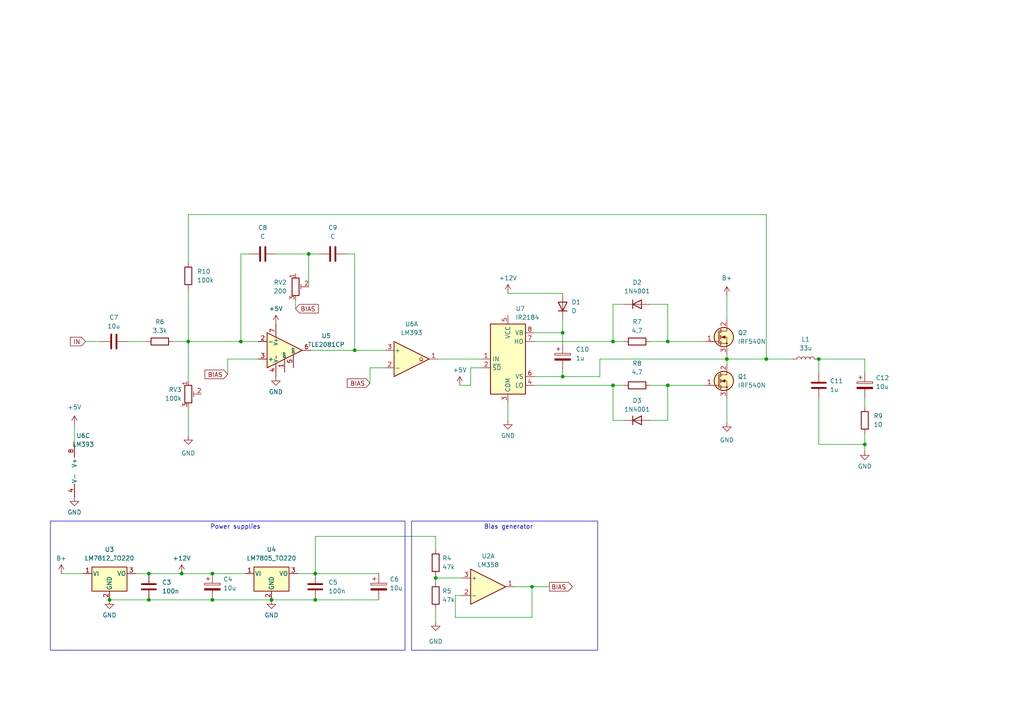
<source format=kicad_sch>
(kicad_sch (version 20230121) (generator eeschema)
  (paper "A4")
  (lib_symbols
    (symbol "Amplifier_Operational:LM358" (pin_names (offset 0.127))
      (property "Reference" "U" (at 0 5.08 0))
      (property "Value" "LM358" (at 0 -5.08 0))
      (property "Sim.Library" "lm358.txt" (at 0 0 0))
      (property "Sim.Name" "LM358" (at 0 0 0))
      (property "Sim.Device" "SUBCKT" (at 0 0 0))
      (property "Sim.Pins" "2=1 3=2 4=5 8=4" (at 0 0 0))
      (symbol "LM358_1_1"
        (polyline (pts (xy -5.08 5.08) (xy 5.08 0) (xy -5.08 -5.08) (xy -5.08 5.08)) (stroke (width 0.254)) (fill (type background)))
        (pin output line (at 7.62 0 180) (length 2.54) (name "~") (number "1"))
        (pin input line (at -7.62 -2.54 0) (length 2.54) (name "-") (number "2"))
        (pin input line (at -7.62 2.54 0) (length 2.54) (name "+") (number "3"))
      )
      (symbol "LM358_2_1"
        (polyline (pts (xy -5.08 5.08) (xy 5.08 0) (xy -5.08 -5.08) (xy -5.08 5.08)) (stroke (width 0.254)) (fill (type background)))
        (pin input line (at -7.62 2.54 0) (length 2.54) (name "+") (number "5"))
        (pin input line (at -7.62 -2.54 0) (length 2.54) (name "-") (number "6"))
        (pin output line (at 7.62 0 180) (length 2.54) (name "~") (number "7"))
      )
      (symbol "LM358_3_1"
        (pin power_in line (at -2.54 -7.62 90) (length 3.81) (name "V-") (number "4"))
        (pin power_in line (at -2.54 7.62 270) (length 3.81) (name "V+") (number "8"))
      )
    )
    (symbol "Comparator:LM393" (pin_names (offset 0.127))
      (property "Reference" "U" (at 3.81 3.81 0))
      (property "Value" "LM393" (at 6.35 -3.81 0))
      (symbol "LM393_1_1"
        (polyline (pts (xy -5.08 5.08) (xy 5.08 0) (xy -5.08 -5.08) (xy -5.08 5.08)) (stroke (width 0.254)) (fill (type background)))
        (polyline (pts (xy 3.302 -0.508) (xy 2.794 -0.508) (xy 3.302 0) (xy 2.794 0.508) (xy 2.286 0) (xy 2.794 -0.508) (xy 2.286 -0.508)) (stroke (width 0.127)))
        (pin open_collector line (at 7.62 0 180) (length 2.54) (name "~") (number "1"))
        (pin input line (at -7.62 -2.54 0) (length 2.54) (name "-") (number "2"))
        (pin input line (at -7.62 2.54 0) (length 2.54) (name "+") (number "3"))
      )
      (symbol "LM393_2_1"
        (polyline (pts (xy -5.08 5.08) (xy 5.08 0) (xy -5.08 -5.08) (xy -5.08 5.08)) (stroke (width 0.254)) (fill (type background)))
        (polyline (pts (xy 3.302 -0.508) (xy 2.794 -0.508) (xy 3.302 0) (xy 2.794 0.508) (xy 2.286 0) (xy 2.794 -0.508) (xy 2.286 -0.508)) (stroke (width 0.127)))
        (pin input line (at -7.62 2.54 0) (length 2.54) (name "+") (number "5"))
        (pin input line (at -7.62 -2.54 0) (length 2.54) (name "-") (number "6"))
        (pin open_collector line (at 7.62 0 180) (length 2.54) (name "~") (number "7"))
      )
      (symbol "LM393_3_1"
        (pin power_in line (at -2.54 -7.62 90) (length 3.81) (name "V-") (number "4"))
        (pin power_in line (at -2.54 7.62 270) (length 3.81) (name "V+") (number "8"))
      )
    )
    (symbol "Device:C" (pin_numbers hide) (pin_names (offset 0.254))
      (property "Reference" "C" (at 0.635 2.54 0))
      (property "Value" "C" (at 0.635 -2.54 0))
      (symbol "C_0_1"
        (polyline (pts (xy -2.032 -0.762) (xy 2.032 -0.762)) (stroke (width 0.508)))
        (polyline (pts (xy -2.032 0.762) (xy 2.032 0.762)) (stroke (width 0.508)))
      )
      (symbol "C_1_1"
        (pin passive line (at 0 3.81 270) (length 2.794) (name "~") (number "1"))
        (pin passive line (at 0 -3.81 90) (length 2.794) (name "~") (number "2"))
      )
    )
    (symbol "Device:C_Polarized" (pin_numbers hide) (pin_names (offset 0.254))
      (property "Reference" "C" (at 0.635 2.54 0))
      (property "Value" "C_Polarized" (at 0.635 -2.54 0))
      (symbol "C_Polarized_0_1"
        (rectangle (start -2.286 0.508) (end 2.286 1.016))
        (polyline (pts (xy -1.778 2.286) (xy -0.762 2.286)))
        (polyline (pts (xy -1.27 2.794) (xy -1.27 1.778)))
        (rectangle (start 2.286 -0.508) (end -2.286 -1.016) (fill (type outline)))
      )
      (symbol "C_Polarized_1_1"
        (pin passive line (at 0 3.81 270) (length 2.794) (name "~") (number "1"))
        (pin passive line (at 0 -3.81 90) (length 2.794) (name "~") (number "2"))
      )
    )
    (symbol "Device:D" (pin_numbers hide) (pin_names (offset 1.016) hide)
      (property "Reference" "D" (at 0 2.54 0))
      (property "Value" "D" (at 0 -2.54 0))
      (symbol "D_0_1"
        (polyline (pts (xy -1.27 1.27) (xy -1.27 -1.27)) (stroke (width 0.254)))
        (polyline (pts (xy 1.27 0) (xy -1.27 0)))
        (polyline (pts (xy 1.27 1.27) (xy 1.27 -1.27) (xy -1.27 0) (xy 1.27 1.27)) (stroke (width 0.254)))
      )
      (symbol "D_1_1"
        (pin passive line (at -3.81 0 0) (length 2.54) (name "K") (number "1"))
        (pin passive line (at 3.81 0 180) (length 2.54) (name "A") (number "2"))
      )
    )
    (symbol "Device:L" (pin_numbers hide) (pin_names (offset 1.016) hide)
      (property "Reference" "L" (at -1.27 0 90))
      (property "Value" "L" (at 1.905 0 90))
      (symbol "L_0_1"
        (arc (start 0 -2.54) (mid 0.6323 -1.905) (end 0 -1.27))
        (arc (start 0 -1.27) (mid 0.6323 -0.635) (end 0 0))
        (arc (start 0 0) (mid 0.6323 0.635) (end 0 1.27))
        (arc (start 0 1.27) (mid 0.6323 1.905) (end 0 2.54))
      )
      (symbol "L_1_1"
        (pin passive line (at 0 3.81 270) (length 1.27) (name "1") (number "1"))
        (pin passive line (at 0 -3.81 90) (length 1.27) (name "2") (number "2"))
      )
    )
    (symbol "Device:R" (pin_numbers hide) (pin_names (offset 0))
      (property "Reference" "R" (at 2.032 0 90))
      (property "Value" "R" (at 0 0 90))
      (symbol "R_0_1"
        (rectangle (start -1.016 -2.54) (end 1.016 2.54) (stroke (width 0.254)))
      )
      (symbol "R_1_1"
        (pin passive line (at 0 3.81 270) (length 1.27) (name "~") (number "1"))
        (pin passive line (at 0 -3.81 90) (length 1.27) (name "~") (number "2"))
      )
    )
    (symbol "Device:R_Potentiometer_Trim" (pin_names (offset 1.016) hide)
      (property "Reference" "RV" (at -4.445 0 90))
      (property "Value" "R_Potentiometer_Trim" (at -2.54 0 90))
      (symbol "R_Potentiometer_Trim_0_1"
        (polyline (pts (xy 1.524 0.762) (xy 1.524 -0.762)))
        (polyline (pts (xy 2.54 0) (xy 1.524 0)))
        (rectangle (start 1.016 2.54) (end -1.016 -2.54) (stroke (width 0.254)))
      )
      (symbol "R_Potentiometer_Trim_1_1"
        (pin passive line (at 0 3.81 270) (length 1.27) (name "1") (number "1"))
        (pin passive line (at 3.81 0 180) (length 1.27) (name "2") (number "2"))
        (pin passive line (at 0 -3.81 90) (length 1.27) (name "3") (number "3"))
      )
    )
    (symbol "Driver_FET:IR2184"
      (property "Reference" "U" (at 1.27 13.335 0))
      (property "Value" "IR2184" (at 1.27 11.43 0))
      (symbol "IR2184_0_1"
        (rectangle (start -5.08 -10.16) (end 5.08 10.16) (stroke (width 0.254)) (fill (type background)))
      )
      (symbol "IR2184_1_1"
        (pin input line (at -7.62 0 0) (length 2.54) (name "IN") (number "1"))
        (pin input line (at -7.62 -2.54 0) (length 2.54) (name "~{SD}") (number "2"))
        (pin power_in line (at 0 -12.7 90) (length 2.54) (name "COM") (number "3"))
        (pin output line (at 7.62 -7.62 180) (length 2.54) (name "LO") (number "4"))
        (pin power_in line (at 0 12.7 270) (length 2.54) (name "VCC") (number "5"))
        (pin passive line (at 7.62 -5.08 180) (length 2.54) (name "VS") (number "6"))
        (pin output line (at 7.62 5.08 180) (length 2.54) (name "HO") (number "7"))
        (pin passive line (at 7.62 7.62 180) (length 2.54) (name "VB") (number "8"))
      )
    )
    (symbol "PCM_Amplifier_Operational_AKL:TLE2081CP" (pin_names (offset 0.2))
      (property "Reference" "U" (at 0 7.62 0))
      (property "Value" "TLE2081CP" (at 0 5.08 0))
      (symbol "TLE2081CP_0_1"
        (polyline (pts (xy -5.08 5.08) (xy -5.08 -5.08) (xy 5.08 0) (xy -5.08 5.08)) (stroke (width 0.254)) (fill (type background)))
      )
      (symbol "TLE2081CP_1_1"
        (pin passive line (at 0 -6.35 90) (length 3.81) (name "OFF") (number "1"))
        (pin input line (at -7.62 2.54 0) (length 2.54) (name "-") (number "2"))
        (pin input line (at -7.62 -2.54 0) (length 2.54) (name "+") (number "3"))
        (pin power_in line (at -2.54 -7.62 90) (length 3.81) (name "V-") (number "4"))
        (pin passive line (at 2.54 -5.08 90) (length 3.81) (name "OFF") (number "5"))
        (pin output line (at 7.62 0 180) (length 2.54) (name "~") (number "6"))
        (pin power_in line (at -2.54 7.62 270) (length 3.81) (name "V+") (number "7"))
        (pin no_connect line (at -3.81 0 0) (length 2.54) hide (name "NC") (number "8"))
      )
    )
    (symbol "PCM_Transistor_MOSFET_AKL:IRF540N" (pin_names hide)
      (property "Reference" "Q" (at 5.08 1.27 0))
      (property "Value" "IRF540N" (at 5.08 -1.27 0))
      (symbol "IRF540N_0_1"
        (polyline (pts (xy 0.254 -1.27) (xy -2.54 -1.27)))
        (polyline (pts (xy 0.254 1.905) (xy 0.254 -1.905)) (stroke (width 0.254)))
        (polyline (pts (xy 0.762 -1.778) (xy 2.54 -1.778)))
        (polyline (pts (xy 0.762 -1.27) (xy 0.762 -2.286)) (stroke (width 0.254)))
        (polyline (pts (xy 0.762 0.508) (xy 0.762 -0.508)) (stroke (width 0.254)))
        (polyline (pts (xy 0.762 2.286) (xy 0.762 1.27)) (stroke (width 0.254)))
        (polyline (pts (xy 2.54 1.778) (xy 0.762 1.778)))
        (polyline (pts (xy 2.54 2.54) (xy 2.54 1.778)))
        (polyline (pts (xy 2.54 -2.54) (xy 2.54 0) (xy 0.762 0)))
        (polyline (pts (xy 1.016 0) (xy 2.032 0.381) (xy 2.032 -0.381) (xy 1.016 0)) (fill (type outline)))
        (circle (center 1.651 0) (radius 2.794) (stroke (width 0.254)) (fill (type background)))
        (circle (center 2.54 -1.778) (radius 0.1778) (fill (type outline)))
      )
      (symbol "IRF540N_1_1"
        (pin input line (at -3.81 -1.27 0) (length 2.54) (name "G") (number "1"))
        (pin passive line (at 2.54 5.08 270) (length 2.54) (name "D") (number "2"))
        (pin passive line (at 2.54 -5.08 90) (length 2.54) (name "S") (number "3"))
      )
    )
    (symbol "Regulator_Linear:LM7805_TO220" (pin_names (offset 0.254))
      (property "Reference" "U" (at -3.81 3.175 0))
      (property "Value" "LM7805_TO220" (at 0 3.175 0))
      (symbol "LM7805_TO220_0_1"
        (rectangle (start -5.08 1.905) (end 5.08 -5.08) (stroke (width 0.254)) (fill (type background)))
      )
      (symbol "LM7805_TO220_1_1"
        (pin power_in line (at -7.62 0 0) (length 2.54) (name "VI") (number "1"))
        (pin power_in line (at 0 -7.62 90) (length 2.54) (name "GND") (number "2"))
        (pin power_out line (at 7.62 0 180) (length 2.54) (name "VO") (number "3"))
      )
    )
    (symbol "Regulator_Linear:LM7812_TO220" (pin_names (offset 0.254))
      (property "Reference" "U" (at -3.81 3.175 0))
      (property "Value" "LM7812_TO220" (at 0 3.175 0))
      (symbol "LM7812_TO220_0_1"
        (rectangle (start -5.08 1.905) (end 5.08 -5.08) (stroke (width 0.254)) (fill (type background)))
      )
      (symbol "LM7812_TO220_1_1"
        (pin power_in line (at -7.62 0 0) (length 2.54) (name "VI") (number "1"))
        (pin power_in line (at 0 -7.62 90) (length 2.54) (name "GND") (number "2"))
        (pin power_out line (at 7.62 0 180) (length 2.54) (name "VO") (number "3"))
      )
    )
    (symbol "power:+12V" (power) (pin_names (offset 0))
      (property "Value" "+12V" (at 0 3.556 0))
      (symbol "+12V_0_1"
        (polyline (pts (xy -0.762 1.27) (xy 0 2.54)))
        (polyline (pts (xy 0 0) (xy 0 2.54)))
        (polyline (pts (xy 0 2.54) (xy 0.762 1.27)))
      )
      (symbol "+12V_1_1"
        (pin power_in line (at 0 0 90) (length 0) hide (name "+12V") (number "1"))
      )
    )
    (symbol "power:+5V" (power) (pin_names (offset 0))
      (property "Value" "+5V" (at 0 3.556 0))
      (symbol "+5V_0_1"
        (polyline (pts (xy -0.762 1.27) (xy 0 2.54)))
        (polyline (pts (xy 0 0) (xy 0 2.54)))
        (polyline (pts (xy 0 2.54) (xy 0.762 1.27)))
      )
      (symbol "+5V_1_1"
        (pin power_in line (at 0 0 90) (length 0) hide (name "+5V") (number "1"))
      )
    )
    (symbol "power:B+" (power) (pin_names (offset 0))
      (property "Value" "B+" (at 0 3.556 0))
      (symbol "B+_0_1"
        (polyline (pts (xy -0.762 1.27) (xy 0 2.54)))
        (polyline (pts (xy 0 0) (xy 0 2.54)))
        (polyline (pts (xy 0 2.54) (xy 0.762 1.27)))
      )
      (symbol "B+_1_1"
        (pin power_in line (at 0 0 90) (length 0) hide (name "B+") (number "1"))
      )
    )
    (symbol "power:GND" (power) (pin_names (offset 0))
      (property "Value" "GND" (at 0 -3.81 0))
      (symbol "GND_0_1"
        (polyline (pts (xy 0 0) (xy 0 -1.27) (xy 1.27 -1.27) (xy 0 -2.54) (xy -1.27 -1.27) (xy 0 -1.27)))
      )
      (symbol "GND_1_1"
        (pin power_in line (at 0 0 270) (length 0) hide (name "GND") (number "1"))
      )
    )
  )
  (junction (at 91.44 166.37))
  (junction (at 61.595 173.99))
  (junction (at 89.535 73.66))
  (junction (at 163.195 96.52))
  (junction (at 222.25 104.14))
  (junction (at 102.87 101.6))
  (junction (at 154.305 170.18))
  (junction (at 193.675 111.76))
  (junction (at 69.85 99.06))
  (junction (at 237.49 104.14))
  (junction (at 78.74 173.99))
  (junction (at 250.825 128.905))
  (junction (at 54.61 99.06))
  (junction (at 31.75 173.99))
  (junction (at 43.18 166.37))
  (junction (at 193.675 99.06))
  (junction (at 163.195 109.22))
  (junction (at 210.82 104.14))
  (junction (at 177.8 111.76))
  (junction (at 61.595 166.37))
  (junction (at 91.44 173.99))
  (junction (at 177.8 99.06))
  (junction (at 126.365 167.64))
  (junction (at 52.705 166.37))
  (junction (at 43.18 173.99))
  (wire (pts (xy 188.595 88.265) (xy 193.675 88.265)))
  (wire (pts (xy 173.99 104.14) (xy 173.99 109.22)))
  (wire (pts (xy 136.525 106.68) (xy 136.525 111.76)))
  (wire (pts (xy 133.985 172.72) (xy 132.08 172.72)))
  (wire (pts (xy 54.61 118.11) (xy 54.61 126.365)))
  (wire (pts (xy 188.595 121.92) (xy 193.675 121.92)))
  (wire (pts (xy 66.04 104.14) (xy 66.04 108.585)))
  (wire (pts (xy 69.85 73.66) (xy 69.85 99.06)))
  (wire (pts (xy 154.94 99.06) (xy 177.8 99.06)))
  (wire (pts (xy 54.61 83.82) (xy 54.61 99.06)))
  (wire (pts (xy 21.59 123.19) (xy 21.59 128.905)))
  (wire (pts (xy 127 104.14) (xy 139.7 104.14)))
  (wire (pts (xy 210.82 104.14) (xy 173.99 104.14)))
  (wire (pts (xy 188.595 111.76) (xy 193.675 111.76)))
  (wire (pts (xy 177.8 88.265) (xy 177.8 99.06)))
  (wire (pts (xy 210.82 102.87) (xy 210.82 104.14)))
  (wire (pts (xy 250.825 128.905) (xy 250.825 130.81)))
  (wire (pts (xy 147.32 85.09) (xy 163.195 85.09)))
  (wire (pts (xy 237.49 128.905) (xy 250.825 128.905)))
  (wire (pts (xy 180.975 88.265) (xy 177.8 88.265)))
  (wire (pts (xy 154.305 179.07) (xy 154.305 170.18)))
  (wire (pts (xy 80.01 73.66) (xy 89.535 73.66)))
  (wire (pts (xy 102.87 101.6) (xy 90.17 101.6)))
  (wire (pts (xy 173.99 109.22) (xy 163.195 109.22)))
  (wire (pts (xy 74.93 104.14) (xy 66.04 104.14)))
  (wire (pts (xy 163.195 107.315) (xy 163.195 109.22)))
  (wire (pts (xy 180.975 121.92) (xy 177.8 121.92)))
  (wire (pts (xy 222.25 104.14) (xy 229.87 104.14)))
  (wire (pts (xy 61.595 166.37) (xy 71.12 166.37)))
  (wire (pts (xy 17.78 166.37) (xy 24.13 166.37)))
  (wire (pts (xy 237.49 104.14) (xy 250.825 104.14)))
  (wire (pts (xy 69.85 99.06) (xy 74.93 99.06)))
  (wire (pts (xy 39.37 166.37) (xy 43.18 166.37)))
  (wire (pts (xy 111.76 106.68) (xy 107.315 106.68)))
  (wire (pts (xy 54.61 99.06) (xy 69.85 99.06)))
  (wire (pts (xy 132.08 172.72) (xy 132.08 179.07)))
  (wire (pts (xy 177.8 111.76) (xy 180.975 111.76)))
  (wire (pts (xy 107.315 106.68) (xy 107.315 111.125)))
  (wire (pts (xy 61.595 173.99) (xy 78.74 173.99)))
  (wire (pts (xy 222.25 62.23) (xy 54.61 62.23)))
  (wire (pts (xy 43.18 166.37) (xy 52.705 166.37)))
  (wire (pts (xy 36.83 99.06) (xy 42.545 99.06)))
  (wire (pts (xy 210.82 104.14) (xy 210.82 105.41)))
  (wire (pts (xy 222.25 104.14) (xy 222.25 62.23)))
  (wire (pts (xy 91.44 166.37) (xy 109.855 166.37)))
  (wire (pts (xy 50.165 99.06) (xy 54.61 99.06)))
  (wire (pts (xy 177.8 121.92) (xy 177.8 111.76)))
  (wire (pts (xy 154.305 170.18) (xy 159.385 170.18)))
  (wire (pts (xy 43.18 173.99) (xy 61.595 173.99)))
  (wire (pts (xy 89.535 73.66) (xy 89.535 83.185)))
  (wire (pts (xy 147.32 116.84) (xy 147.32 121.92)))
  (wire (pts (xy 133.985 167.64) (xy 126.365 167.64)))
  (wire (pts (xy 163.195 99.695) (xy 163.195 96.52)))
  (wire (pts (xy 193.675 99.06) (xy 188.595 99.06)))
  (wire (pts (xy 163.195 92.71) (xy 163.195 96.52)))
  (wire (pts (xy 132.08 179.07) (xy 154.305 179.07)))
  (wire (pts (xy 85.725 86.995) (xy 85.725 89.535)))
  (wire (pts (xy 237.49 115.57) (xy 237.49 128.905)))
  (wire (pts (xy 154.94 96.52) (xy 163.195 96.52)))
  (wire (pts (xy 250.825 115.57) (xy 250.825 118.11)))
  (wire (pts (xy 102.87 73.66) (xy 102.87 101.6)))
  (wire (pts (xy 54.61 110.49) (xy 54.61 99.06)))
  (wire (pts (xy 193.675 88.265) (xy 193.675 99.06)))
  (wire (pts (xy 133.35 111.76) (xy 136.525 111.76)))
  (wire (pts (xy 86.36 166.37) (xy 91.44 166.37)))
  (wire (pts (xy 193.675 99.06) (xy 204.47 99.06)))
  (wire (pts (xy 210.82 104.14) (xy 222.25 104.14)))
  (wire (pts (xy 210.82 115.57) (xy 210.82 122.555)))
  (wire (pts (xy 193.675 111.76) (xy 204.47 111.76)))
  (wire (pts (xy 237.49 104.14) (xy 237.49 107.95)))
  (wire (pts (xy 91.44 155.575) (xy 91.44 166.37)))
  (wire (pts (xy 250.825 125.73) (xy 250.825 128.905)))
  (wire (pts (xy 100.33 73.66) (xy 102.87 73.66)))
  (wire (pts (xy 126.365 155.575) (xy 126.365 159.385)))
  (wire (pts (xy 149.225 170.18) (xy 154.305 170.18)))
  (wire (pts (xy 210.82 85.725) (xy 210.82 92.71)))
  (wire (pts (xy 154.94 111.76) (xy 177.8 111.76)))
  (wire (pts (xy 52.705 166.37) (xy 61.595 166.37)))
  (wire (pts (xy 139.7 106.68) (xy 136.525 106.68)))
  (wire (pts (xy 126.365 155.575) (xy 91.44 155.575)))
  (wire (pts (xy 193.675 111.76) (xy 193.675 121.92)))
  (wire (pts (xy 31.75 173.99) (xy 43.18 173.99)))
  (wire (pts (xy 78.74 173.99) (xy 91.44 173.99)))
  (wire (pts (xy 126.365 167.64) (xy 126.365 168.91)))
  (wire (pts (xy 91.44 173.99) (xy 109.855 173.99)))
  (wire (pts (xy 54.61 62.23) (xy 54.61 76.2)))
  (wire (pts (xy 154.94 109.22) (xy 163.195 109.22)))
  (wire (pts (xy 126.365 167.005) (xy 126.365 167.64)))
  (wire (pts (xy 102.87 101.6) (xy 111.76 101.6)))
  (wire (pts (xy 250.825 107.95) (xy 250.825 104.14)))
  (wire (pts (xy 24.765 99.06) (xy 29.21 99.06)))
  (wire (pts (xy 89.535 73.66) (xy 92.71 73.66)))
  (wire (pts (xy 126.365 176.53) (xy 126.365 180.34)))
  (wire (pts (xy 177.8 99.06) (xy 180.975 99.06)))
  (wire (pts (xy 72.39 73.66) (xy 69.85 73.66)))
  (rectangle (start 14.605 151.13) (end 117.475 188.595))
  (rectangle (start 119.38 151.13) (end 173.355 188.595))
  (text "Power supplies" (at 60.96 153.67 0) (effects (font (size 1.27 1.27)) (justify left bottom)))
  (text "Bias generator" (at 140.335 153.67 0) (effects (font (size 1.27 1.27)) (justify left bottom)))
  (global_label "BIAS" (shape input) (at 85.725 89.535 0) (property "Intersheetrefs" "${INTERSHEET_REFS}" (effects hide)))
  (global_label "BIAS" (shape output) (at 159.385 170.18 0) (property "Intersheetrefs" "${INTERSHEET_REFS}" (effects hide)))
  (global_label "IN" (shape input) (at 24.765 99.06 180) (property "Intersheetrefs" "${INTERSHEET_REFS}" (effects hide)))
  (global_label "BIAS" (shape input) (at 107.315 111.125 180) (property "Intersheetrefs" "${INTERSHEET_REFS}" (effects hide)))
  (global_label "BIAS" (shape input) (at 66.04 108.585 180) (property "Intersheetrefs" "${INTERSHEET_REFS}" (effects hide)))
  (symbol (lib_id "power:GND") (at 54.61 126.365 0) (unit 1)
    (property "Reference" "#PWR019" (effects hide))
    (property "Value" "GND" (at 54.61 131.445 0))
  )
  (symbol (lib_id "Regulator_Linear:LM7805_TO220") (at 78.74 166.37 0) (unit 1)
    (property "Reference" "U4" (at 78.74 159.385 0))
    (property "Value" "LM7805_TO220" (at 78.74 161.925 0))
    (property "Footprint" "Package_TO_SOT_THT:TO-220-3_Vertical" (effects hide))
    (property "Datasheet" "https://www.onsemi.cn/PowerSolutions/document/MC7800-D.PDF" (effects hide))
  )
  (symbol (lib_id "power:B+") (at 17.78 166.37 0) (unit 1)
    (property "Reference" "#PWR04" (effects hide))
    (property "Value" "B+" (at 17.78 161.925 0))
  )
  (symbol (lib_id "Amplifier_Operational:LM358") (at 141.605 170.18 0) (unit 1)
    (property "Reference" "U2" (at 141.605 161.29 0))
    (property "Value" "LM358" (at 141.605 163.83 0))
    (property "Datasheet" "http://www.ti.com/lit/ds/symlink/lm2904-n.pdf" (effects hide))
    (property "Sim.Library" "lm358.txt" (effects hide))
    (property "Sim.Name" "LM358" (effects hide))
    (property "Sim.Device" "SUBCKT" (effects hide))
    (property "Sim.Pins" "2=1 3=2 4=5 8=4" (effects hide))
  )
  (symbol (lib_id "Device:R") (at 184.785 99.06 90) (unit 1)
    (property "Reference" "R7" (at 184.785 93.345 90))
    (property "Value" "4.7" (at 184.785 95.885 90))
  )
  (symbol (lib_id "Device:C") (at 96.52 73.66 90) (unit 1)
    (property "Reference" "C9" (at 96.52 66.04 90))
    (property "Value" "C" (at 96.52 68.58 90))
  )
  (symbol (lib_id "power:B+") (at 210.82 85.725 0) (unit 1)
    (property "Reference" "#PWR017" (effects hide))
    (property "Value" "B+" (at 210.82 80.645 0))
  )
  (symbol (lib_id "power:GND") (at 147.32 121.92 0) (unit 1)
    (property "Reference" "#PWR013" (effects hide))
    (property "Value" "GND" (at 147.32 126.365 0))
  )
  (symbol (lib_id "Device:R") (at 54.61 80.01 180) (unit 1)
    (property "Reference" "R10" (at 57.15 78.74 0) (effects (justify right)))
    (property "Value" "100k" (at 57.15 81.28 0) (effects (justify right)))
  )
  (symbol (lib_id "Device:R") (at 126.365 172.72 0) (unit 1)
    (property "Reference" "R5" (at 128.27 171.45 0) (effects (justify left)))
    (property "Value" "47k" (at 128.27 173.99 0) (effects (justify left)))
  )
  (symbol (lib_id "power:GND") (at 250.825 130.81 0) (unit 1)
    (property "Reference" "#PWR018" (effects hide))
    (property "Value" "GND" (at 250.825 135.255 0))
  )
  (symbol (lib_id "Device:D") (at 163.195 88.9 90) (unit 1)
    (property "Reference" "D1" (at 165.735 87.63 90) (effects (justify right)))
    (property "Value" "D" (at 165.735 90.17 90) (effects (justify right)))
    (property "Sim.Device" "D" (effects hide))
    (property "Sim.Pins" "1=K 2=A" (effects hide))
  )
  (symbol (lib_id "Device:R") (at 250.825 121.92 0) (unit 1)
    (property "Reference" "R9" (at 253.365 120.65 0) (effects (justify left)))
    (property "Value" "10" (at 253.365 123.19 0) (effects (justify left)))
  )
  (symbol (lib_id "Device:D") (at 184.785 121.92 0) (unit 1)
    (property "Reference" "D3" (at 184.785 116.205 0))
    (property "Value" "1N4001" (at 184.785 118.745 0))
    (property "Sim.Device" "D" (effects hide))
    (property "Sim.Pins" "1=K 2=A" (effects hide))
  )
  (symbol (lib_id "Device:C") (at 76.2 73.66 90) (unit 1)
    (property "Reference" "C8" (at 76.2 66.04 90))
    (property "Value" "C" (at 76.2 68.58 90))
  )
  (symbol (lib_id "Comparator:LM393") (at 119.38 104.14 0) (unit 1)
    (property "Reference" "U6" (at 119.38 93.98 0))
    (property "Value" "LM393" (at 119.38 96.52 0))
    (property "Datasheet" "http://www.ti.com/lit/ds/symlink/lm393.pdf" (effects hide))
  )
  (symbol (lib_id "power:GND") (at 21.59 144.145 0) (unit 1)
    (property "Reference" "#PWR020" (effects hide))
    (property "Value" "GND" (at 21.59 148.59 0))
  )
  (symbol (lib_id "Device:R_Potentiometer_Trim") (at 85.725 83.185 0) (unit 1)
    (property "Reference" "RV2" (at 83.185 81.915 0) (effects (justify right)))
    (property "Value" "200" (at 83.185 84.455 0) (effects (justify right)))
  )
  (symbol (lib_id "Regulator_Linear:LM7812_TO220") (at 31.75 166.37 0) (unit 1)
    (property "Reference" "U3" (at 31.75 159.385 0))
    (property "Value" "LM7812_TO220" (at 31.75 161.925 0))
    (property "Footprint" "Package_TO_SOT_THT:TO-220-3_Vertical" (effects hide))
    (property "Datasheet" "https://www.onsemi.cn/PowerSolutions/document/MC7800-D.PDF" (effects hide))
  )
  (symbol (lib_id "power:GND") (at 78.74 173.99 0) (unit 1)
    (property "Reference" "#PWR07" (effects hide))
    (property "Value" "GND" (at 78.74 178.435 0))
  )
  (symbol (lib_id "power:GND") (at 126.365 180.34 0) (unit 1)
    (property "Reference" "#PWR09" (effects hide))
    (property "Value" "GND" (at 126.365 186.055 0))
  )
  (symbol (lib_id "Device:C") (at 43.18 170.18 0) (unit 1)
    (property "Reference" "C3" (at 46.99 168.91 0) (effects (justify left)))
    (property "Value" "100n" (at 46.99 171.45 0) (effects (justify left)))
  )
  (symbol (lib_id "Device:C_Polarized") (at 109.855 170.18 0) (unit 1)
    (property "Reference" "C6" (at 113.03 168.021 0) (effects (justify left)))
    (property "Value" "10u" (at 113.03 170.561 0) (effects (justify left)))
  )
  (symbol (lib_id "Device:C") (at 91.44 170.18 0) (unit 1)
    (property "Reference" "C5" (at 95.25 168.91 0) (effects (justify left)))
    (property "Value" "100n" (at 95.25 171.45 0) (effects (justify left)))
  )
  (symbol (lib_id "power:GND") (at 80.01 109.22 0) (unit 1)
    (property "Reference" "#PWR012" (effects hide))
    (property "Value" "GND" (at 80.01 113.665 0))
  )
  (symbol (lib_id "Device:R") (at 184.785 111.76 90) (unit 1)
    (property "Reference" "R8" (at 184.785 105.41 90))
    (property "Value" "4.7" (at 184.785 107.95 90))
  )
  (symbol (lib_id "PCM_Transistor_MOSFET_AKL:IRF540N") (at 208.28 110.49 0) (unit 1)
    (property "Reference" "Q1" (at 213.995 109.22 0) (effects (justify left)))
    (property "Value" "IRF540N" (at 213.995 111.76 0) (effects (justify left)))
    (property "Footprint" "Package_TO_SOT_THT_AKL:TO-220-3_Vertical_GDS" (effects hide))
    (property "Datasheet" "https://www.tme.eu/Document/0396bd257f8160d01272f72304b23931/irf540n.pdf" (effects hide))
  )
  (symbol (lib_id "Device:C_Polarized") (at 61.595 170.18 0) (unit 1)
    (property "Reference" "C4" (at 64.77 168.021 0) (effects (justify left)))
    (property "Value" "10u" (at 64.77 170.561 0) (effects (justify left)))
  )
  (symbol (lib_id "power:+5V") (at 21.59 123.19 0) (unit 1)
    (property "Reference" "#PWR021" (effects hide))
    (property "Value" "+5V" (at 21.59 118.11 0))
  )
  (symbol (lib_id "Device:C_Polarized") (at 250.825 111.76 0) (unit 1)
    (property "Reference" "C12" (at 254 109.601 0) (effects (justify left)))
    (property "Value" "10u" (at 254 112.141 0) (effects (justify left)))
  )
  (symbol (lib_id "PCM_Transistor_MOSFET_AKL:IRF540N") (at 208.28 97.79 0) (unit 1)
    (property "Reference" "Q2" (at 213.995 96.52 0) (effects (justify left)))
    (property "Value" "IRF540N" (at 213.995 99.06 0) (effects (justify left)))
    (property "Footprint" "Package_TO_SOT_THT_AKL:TO-220-3_Vertical_GDS" (effects hide))
    (property "Datasheet" "https://www.tme.eu/Document/0396bd257f8160d01272f72304b23931/irf540n.pdf" (effects hide))
  )
  (symbol (lib_id "Device:C") (at 33.02 99.06 270) (unit 1)
    (property "Reference" "C7" (at 33.02 92.075 90))
    (property "Value" "10u" (at 33.02 94.615 90))
  )
  (symbol (lib_id "power:+5V") (at 80.01 93.98 0) (unit 1)
    (property "Reference" "#PWR011" (effects hide))
    (property "Value" "+5V" (at 80.01 89.535 0))
  )
  (symbol (lib_id "power:+5V") (at 133.35 111.76 0) (unit 1)
    (property "Reference" "#PWR015" (effects hide))
    (property "Value" "+5V" (at 133.35 107.315 0))
  )
  (symbol (lib_id "Driver_FET:IR2184") (at 147.32 104.14 0) (unit 1)
    (property "Reference" "U7" (at 149.5141 89.535 0) (effects (justify left)))
    (property "Value" "IR2184" (at 149.5141 92.075 0) (effects (justify left)))
    (property "Datasheet" "https://www.infineon.com/dgdl/ir2184.pdf?fileId=5546d462533600a4015355c955e616d4" (effects hide))
  )
  (symbol (lib_id "Device:R_Potentiometer_Trim") (at 54.61 114.3 0) (unit 1)
    (property "Reference" "RV3" (at 52.705 113.03 0) (effects (justify right)))
    (property "Value" "100k" (at 52.705 115.57 0) (effects (justify right)))
  )
  (symbol (lib_id "power:GND") (at 210.82 122.555 0) (unit 1)
    (property "Reference" "#PWR016" (effects hide))
    (property "Value" "GND" (at 210.82 127.635 0))
  )
  (symbol (lib_id "PCM_Amplifier_Operational_AKL:TLE2081CP") (at 82.55 101.6 0) (unit 1)
    (property "Reference" "U5" (at 94.615 97.4091 0))
    (property "Value" "TLE2081CP" (at 94.615 99.9491 0))
    (property "Footprint" "Package_DIP_AKL:DIP-8_W7.62mm_LongPads" (effects hide))
    (property "Datasheet" "https://www.ti.com/lit/ds/symlink/tle2082a.pdf?ts=1640889412478&ref_url=https%253A%252F%252Fwww.google.com%252F" (effects hide))
  )
  (symbol (lib_id "Device:L") (at 233.68 104.14 90) (unit 1)
    (property "Reference" "L1" (at 233.68 98.425 90))
    (property "Value" "33u" (at 233.68 100.965 90))
  )
  (symbol (lib_id "Device:R") (at 46.355 99.06 90) (unit 1)
    (property "Reference" "R6" (at 46.355 93.345 90))
    (property "Value" "3.3k" (at 46.355 95.885 90))
  )
  (symbol (lib_id "Device:C_Polarized") (at 163.195 103.505 0) (unit 1)
    (property "Reference" "C10" (at 167.005 101.346 0) (effects (justify left)))
    (property "Value" "1u" (at 167.005 103.886 0) (effects (justify left)))
  )
  (symbol (lib_id "Device:C") (at 237.49 111.76 0) (unit 1)
    (property "Reference" "C11" (at 240.665 110.49 0) (effects (justify left)))
    (property "Value" "1u" (at 240.665 113.03 0) (effects (justify left)))
  )
  (symbol (lib_id "power:+12V") (at 147.32 85.09 0) (unit 1)
    (property "Reference" "#PWR014" (effects hide))
    (property "Value" "+12V" (at 147.32 80.645 0))
  )
  (symbol (lib_id "power:+12V") (at 52.705 166.37 0) (unit 1)
    (property "Reference" "#PWR05" (effects hide))
    (property "Value" "+12V" (at 52.705 161.925 0))
  )
  (symbol (lib_id "Comparator:LM393") (at 24.13 136.525 0) (unit 3)
    (property "Reference" "U6" (at 24.13 126.365 0))
    (property "Value" "LM393" (at 24.13 128.905 0))
    (property "Datasheet" "http://www.ti.com/lit/ds/symlink/lm393.pdf" (effects hide))
  )
  (symbol (lib_id "power:GND") (at 31.75 173.99 0) (unit 1)
    (property "Reference" "#PWR06" (effects hide))
    (property "Value" "GND" (at 31.75 178.435 0))
  )
  (symbol (lib_id "Device:D") (at 184.785 88.265 0) (unit 1)
    (property "Reference" "D2" (at 184.785 81.915 0))
    (property "Value" "1N4001" (at 184.785 84.455 0))
    (property "Sim.Device" "D" (effects hide))
    (property "Sim.Pins" "1=K 2=A" (effects hide))
  )
  (symbol (lib_id "Device:R") (at 126.365 163.195 0) (unit 1)
    (property "Reference" "R4" (at 128.27 161.925 0) (effects (justify left)))
    (property "Value" "47k" (at 128.27 164.465 0) (effects (justify left)))
  )
)
</source>
